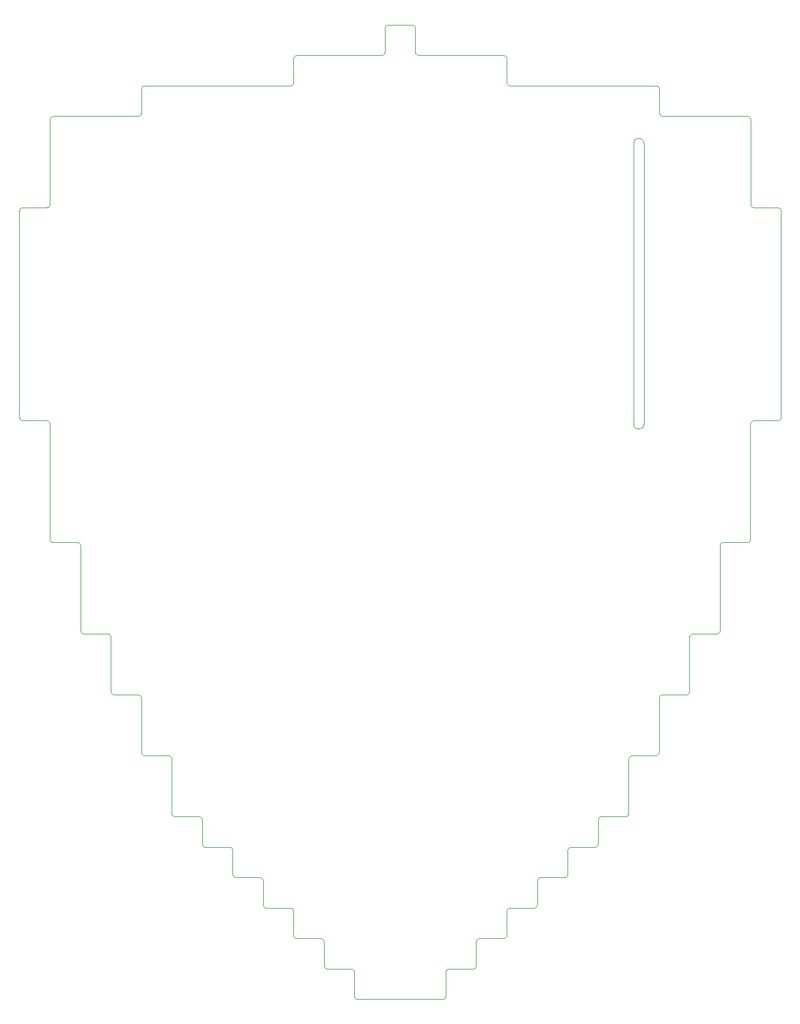
<source format=gbr>
G04 #@! TF.GenerationSoftware,KiCad,Pcbnew,7.99.0-1.20230515git1adcb86.fc37*
G04 #@! TF.CreationDate,2023-05-21T15:33:59+01:00*
G04 #@! TF.ProjectId,tr23-badge-r2,74723233-2d62-4616-9467-652d72322e6b,r2*
G04 #@! TF.SameCoordinates,Original*
G04 #@! TF.FileFunction,Profile,NP*
%FSLAX46Y46*%
G04 Gerber Fmt 4.6, Leading zero omitted, Abs format (unit mm)*
G04 Created by KiCad (PCBNEW 7.99.0-1.20230515git1adcb86.fc37) date 2023-05-21 15:33:59*
%MOMM*%
%LPD*%
G01*
G04 APERTURE LIST*
G04 #@! TA.AperFunction,Profile*
%ADD10C,0.100000*%
G04 #@! TD*
G04 APERTURE END LIST*
D10*
G04 #@! TO.C,GRAPHIC1*
X146775500Y-33847668D02*
X146681500Y-33856453D01*
X146681500Y-33856453D02*
X146593600Y-33882291D01*
X146593600Y-33882291D02*
X146512500Y-33922599D01*
X146512500Y-33922599D02*
X146441200Y-33975825D01*
X146441200Y-33975825D02*
X146380700Y-34041454D01*
X146380700Y-34041454D02*
X146332100Y-34116902D01*
X146332100Y-34116902D02*
X146298000Y-34200618D01*
X146298000Y-34200618D02*
X146278900Y-34291051D01*
X146278900Y-34291051D02*
X146278900Y-37808670D01*
X146278900Y-37808670D02*
X146266900Y-37905640D01*
X146266900Y-37905640D02*
X146237200Y-37995960D01*
X146237200Y-37995960D02*
X146191800Y-38077780D01*
X146191800Y-38077780D02*
X146132400Y-38149280D01*
X146132400Y-38149280D02*
X146060800Y-38208630D01*
X146060800Y-38208630D02*
X145978900Y-38254000D01*
X145978900Y-38254000D02*
X145888600Y-38283550D01*
X145888600Y-38283550D02*
X145791600Y-38295460D01*
X145791600Y-38295460D02*
X133432100Y-38295460D01*
X133432100Y-38295460D02*
X133331400Y-38305790D01*
X133331400Y-38305790D02*
X133237800Y-38334730D01*
X133237800Y-38334730D02*
X133152600Y-38380720D01*
X133152600Y-38380720D02*
X133078700Y-38442220D01*
X133078700Y-38442220D02*
X133017700Y-38516120D01*
X133017700Y-38516120D02*
X132971700Y-38600870D01*
X132971700Y-38600870D02*
X132942800Y-38694400D01*
X132942800Y-38694400D02*
X132932400Y-38795170D01*
X132932400Y-38795170D02*
X132932400Y-42256460D01*
X132932400Y-42256460D02*
X132920400Y-42353430D01*
X132920400Y-42353430D02*
X132890700Y-42443750D01*
X132890700Y-42443750D02*
X132845300Y-42525570D01*
X132845300Y-42525570D02*
X132785900Y-42597070D01*
X132785900Y-42597070D02*
X132714300Y-42656420D01*
X132714300Y-42656420D02*
X132632400Y-42701780D01*
X132632400Y-42701780D02*
X132542100Y-42731340D01*
X132542100Y-42731340D02*
X132445100Y-42743250D01*
X132445100Y-42743250D02*
X111192700Y-42743250D01*
X111192700Y-42743250D02*
X111091900Y-42753580D01*
X111091900Y-42753580D02*
X110998400Y-42782520D01*
X110998400Y-42782520D02*
X110913600Y-42828510D01*
X110913600Y-42828510D02*
X110839200Y-42890010D01*
X110839200Y-42890010D02*
X110778200Y-42963910D01*
X110778200Y-42963910D02*
X110732200Y-43048650D01*
X110732200Y-43048650D02*
X110703300Y-43142190D01*
X110703300Y-43142190D02*
X110692900Y-43242960D01*
X110692900Y-43242960D02*
X110692900Y-46714600D01*
X110692900Y-46714600D02*
X110680900Y-46811600D01*
X110680900Y-46811600D02*
X110651300Y-46901900D01*
X110651300Y-46901900D02*
X110605800Y-46983700D01*
X110605800Y-46983700D02*
X110546400Y-47055200D01*
X110546400Y-47055200D02*
X110474800Y-47114500D01*
X110474800Y-47114500D02*
X110393000Y-47159900D01*
X110393000Y-47159900D02*
X110302600Y-47189500D01*
X110302600Y-47189500D02*
X110205600Y-47201400D01*
X110205600Y-47201400D02*
X97748530Y-47201400D01*
X97748530Y-47201400D02*
X97655000Y-47230300D01*
X97655000Y-47230300D02*
X97570250Y-47276300D01*
X97570250Y-47276300D02*
X97495840Y-47337800D01*
X97495840Y-47337800D02*
X97434860Y-47411700D01*
X97434860Y-47411700D02*
X97388870Y-47496500D01*
X97388870Y-47496500D02*
X97359930Y-47590000D01*
X97359930Y-47590000D02*
X97359930Y-60037800D01*
X97359930Y-60037800D02*
X97347910Y-60134800D01*
X97347910Y-60134800D02*
X97318270Y-60225100D01*
X97318270Y-60225100D02*
X97272810Y-60306900D01*
X97272810Y-60306900D02*
X97213390Y-60378400D01*
X97213390Y-60378400D02*
X97141830Y-60437800D01*
X97141830Y-60437800D02*
X97059960Y-60483100D01*
X97059960Y-60483100D02*
X96969610Y-60512700D01*
X96969610Y-60512700D02*
X96872620Y-60524600D01*
X96872620Y-60524600D02*
X93401512Y-60524600D01*
X93401512Y-60524600D02*
X93300743Y-60534900D01*
X93300743Y-60534900D02*
X93207209Y-60563900D01*
X93207209Y-60563900D02*
X93122459Y-60610400D01*
X93122459Y-60610400D02*
X93048045Y-60671400D01*
X93048045Y-60671400D02*
X92987067Y-60745300D01*
X92987067Y-60745300D02*
X92941075Y-60830000D01*
X92941075Y-60830000D02*
X92912136Y-60923500D01*
X92912136Y-60923500D02*
X92901800Y-61024300D01*
X92901800Y-61024300D02*
X92901800Y-91162000D01*
X92901800Y-91162000D02*
X92913712Y-91259000D01*
X92913712Y-91259000D02*
X92943266Y-91349300D01*
X92943266Y-91349300D02*
X92988634Y-91431200D01*
X92988634Y-91431200D02*
X93047983Y-91502800D01*
X93047983Y-91502800D02*
X93119484Y-91562200D01*
X93119484Y-91562200D02*
X93201306Y-91607600D01*
X93201306Y-91607600D02*
X93291619Y-91637300D01*
X93291619Y-91637300D02*
X93388592Y-91649300D01*
X93388592Y-91649300D02*
X96862800Y-91649300D01*
X96862800Y-91649300D02*
X96959770Y-91661300D01*
X96959770Y-91661300D02*
X97050090Y-91691000D01*
X97050090Y-91691000D02*
X97131910Y-91736400D01*
X97131910Y-91736400D02*
X97203410Y-91795800D01*
X97203410Y-91795800D02*
X97262760Y-91867400D01*
X97262760Y-91867400D02*
X97308130Y-91949300D01*
X97308130Y-91949300D02*
X97337680Y-92039600D01*
X97337680Y-92039600D02*
X97349590Y-92136600D01*
X97349590Y-92136600D02*
X97349590Y-108953200D01*
X97349590Y-108953200D02*
X97361390Y-109049700D01*
X97361390Y-109049700D02*
X97390660Y-109139600D01*
X97390660Y-109139600D02*
X97435600Y-109221200D01*
X97435600Y-109221200D02*
X97494410Y-109292600D01*
X97494410Y-109292600D02*
X97565280Y-109352100D01*
X97565280Y-109352100D02*
X97646410Y-109397700D01*
X97646410Y-109397700D02*
X97736000Y-109427800D01*
X97736000Y-109427800D02*
X97832250Y-109440500D01*
X97832250Y-109440500D02*
X97836380Y-109440500D01*
X97836380Y-109440500D02*
X101310580Y-109438900D01*
X101310580Y-109438900D02*
X101315230Y-109438900D01*
X101315230Y-109438900D02*
X101411400Y-109451600D01*
X101411400Y-109451600D02*
X101500900Y-109481700D01*
X101500900Y-109481700D02*
X101581940Y-109527400D01*
X101581940Y-109527400D02*
X101652730Y-109586900D01*
X101652730Y-109586900D02*
X101711470Y-109658300D01*
X101711470Y-109658300D02*
X101756350Y-109739800D01*
X101756350Y-109739800D02*
X101785590Y-109829700D01*
X101785590Y-109829700D02*
X101797380Y-109926200D01*
X101797380Y-109926200D02*
X101797380Y-122297000D01*
X101797380Y-122297000D02*
X101809290Y-122394000D01*
X101809290Y-122394000D02*
X101838840Y-122484300D01*
X101838840Y-122484300D02*
X101884210Y-122566200D01*
X101884210Y-122566200D02*
X101943560Y-122637800D01*
X101943560Y-122637800D02*
X102015060Y-122697200D01*
X102015060Y-122697200D02*
X102096880Y-122742600D01*
X102096880Y-122742600D02*
X102187200Y-122772300D01*
X102187200Y-122772300D02*
X102284170Y-122784300D01*
X102284170Y-122784300D02*
X105758400Y-122784300D01*
X105758400Y-122784300D02*
X105855300Y-122796300D01*
X105855300Y-122796300D02*
X105945700Y-122826000D01*
X105945700Y-122826000D02*
X106027500Y-122871400D01*
X106027500Y-122871400D02*
X106099000Y-122930800D01*
X106099000Y-122930800D02*
X106158300Y-123002400D01*
X106158300Y-123002400D02*
X106203700Y-123084300D01*
X106203700Y-123084300D02*
X106233300Y-123174600D01*
X106233300Y-123174600D02*
X106245200Y-123271600D01*
X106245200Y-123271600D02*
X106245200Y-131193100D01*
X106245200Y-131193100D02*
X106257100Y-131290100D01*
X106257100Y-131290100D02*
X106286600Y-131380400D01*
X106286600Y-131380400D02*
X106332000Y-131462300D01*
X106332000Y-131462300D02*
X106391300Y-131533900D01*
X106391300Y-131533900D02*
X106462800Y-131593300D01*
X106462800Y-131593300D02*
X106544700Y-131638700D01*
X106544700Y-131638700D02*
X106635000Y-131668400D01*
X106635000Y-131668400D02*
X106732000Y-131680400D01*
X106732000Y-131680400D02*
X110206200Y-131680400D01*
X110206200Y-131680400D02*
X110303100Y-131692400D01*
X110303100Y-131692400D02*
X110393500Y-131722100D01*
X110393500Y-131722100D02*
X110475300Y-131767500D01*
X110475300Y-131767500D02*
X110546800Y-131827000D01*
X110546800Y-131827000D02*
X110606100Y-131898500D01*
X110606100Y-131898500D02*
X110651500Y-131980400D01*
X110651500Y-131980400D02*
X110681000Y-132070700D01*
X110681000Y-132070700D02*
X110693000Y-132167700D01*
X110693000Y-132167700D02*
X110693000Y-140088500D01*
X110693000Y-140088500D02*
X110704900Y-140185500D01*
X110704900Y-140185500D02*
X110734400Y-140275500D01*
X110734400Y-140275500D02*
X110779800Y-140357500D01*
X110779800Y-140357500D02*
X110839100Y-140428500D01*
X110839100Y-140428500D02*
X110910600Y-140488500D01*
X110910600Y-140488500D02*
X110992500Y-140533500D01*
X110992500Y-140533500D02*
X111082800Y-140563500D01*
X111082800Y-140563500D02*
X111179700Y-140575500D01*
X111179700Y-140575500D02*
X114654000Y-140575500D01*
X114654000Y-140575500D02*
X114750900Y-140587500D01*
X114750900Y-140587500D02*
X114841200Y-140617500D01*
X114841200Y-140617500D02*
X114923100Y-140662500D01*
X114923100Y-140662500D02*
X114994600Y-140722500D01*
X114994600Y-140722500D02*
X115053900Y-140793500D01*
X115053900Y-140793500D02*
X115099300Y-140875500D01*
X115099300Y-140875500D02*
X115128800Y-140965500D01*
X115128800Y-140965500D02*
X115140700Y-141062500D01*
X115140700Y-141062500D02*
X115140700Y-148983500D01*
X115140700Y-148983500D02*
X115152700Y-149080500D01*
X115152700Y-149080500D02*
X115182200Y-149171500D01*
X115182200Y-149171500D02*
X115227600Y-149252500D01*
X115227600Y-149252500D02*
X115286900Y-149324500D01*
X115286900Y-149324500D02*
X115358400Y-149383500D01*
X115358400Y-149383500D02*
X115440200Y-149429500D01*
X115440200Y-149429500D02*
X115530600Y-149459500D01*
X115530600Y-149459500D02*
X115627500Y-149471500D01*
X115627500Y-149471500D02*
X119101700Y-149471500D01*
X119101700Y-149471500D02*
X119198700Y-149483500D01*
X119198700Y-149483500D02*
X119289000Y-149512500D01*
X119289000Y-149512500D02*
X119370900Y-149558500D01*
X119370900Y-149558500D02*
X119442400Y-149617500D01*
X119442400Y-149617500D02*
X119501700Y-149689500D01*
X119501700Y-149689500D02*
X119547100Y-149771500D01*
X119547100Y-149771500D02*
X119576600Y-149861500D01*
X119576600Y-149861500D02*
X119588500Y-149958500D01*
X119588500Y-149958500D02*
X119588500Y-153432500D01*
X119588500Y-153432500D02*
X119600400Y-153529500D01*
X119600400Y-153529500D02*
X119630000Y-153619500D01*
X119630000Y-153619500D02*
X119675400Y-153701500D01*
X119675400Y-153701500D02*
X119734700Y-153772500D01*
X119734700Y-153772500D02*
X119806200Y-153832500D01*
X119806200Y-153832500D02*
X119888000Y-153877500D01*
X119888000Y-153877500D02*
X119978400Y-153907500D01*
X119978400Y-153907500D02*
X120075300Y-153919500D01*
X120075300Y-153919500D02*
X123549500Y-153919500D01*
X123549500Y-153919500D02*
X123646500Y-153931500D01*
X123646500Y-153931500D02*
X123736800Y-153961500D01*
X123736800Y-153961500D02*
X123818600Y-154006500D01*
X123818600Y-154006500D02*
X123890100Y-154065500D01*
X123890100Y-154065500D02*
X123949500Y-154137500D01*
X123949500Y-154137500D02*
X123994900Y-154219500D01*
X123994900Y-154219500D02*
X124024400Y-154309500D01*
X124024400Y-154309500D02*
X124036300Y-154406500D01*
X124036300Y-154406500D02*
X124036300Y-157879500D01*
X124036300Y-157879500D02*
X124048200Y-157976500D01*
X124048200Y-157976500D02*
X124077800Y-158066500D01*
X124077800Y-158066500D02*
X124123200Y-158148500D01*
X124123200Y-158148500D02*
X124182500Y-158220500D01*
X124182500Y-158220500D02*
X124254000Y-158279500D01*
X124254000Y-158279500D02*
X124335800Y-158324500D01*
X124335800Y-158324500D02*
X124426100Y-158354500D01*
X124426100Y-158354500D02*
X124523100Y-158366500D01*
X124523100Y-158366500D02*
X127997800Y-158366500D01*
X127997800Y-158366500D02*
X128094800Y-158378500D01*
X128094800Y-158378500D02*
X128185100Y-158408500D01*
X128185100Y-158408500D02*
X128267000Y-158453500D01*
X128267000Y-158453500D02*
X128338500Y-158513500D01*
X128338500Y-158513500D02*
X128397800Y-158584500D01*
X128397800Y-158584500D02*
X128443200Y-158666500D01*
X128443200Y-158666500D02*
X128472700Y-158756500D01*
X128472700Y-158756500D02*
X128484600Y-158853500D01*
X128484600Y-158853500D02*
X128484600Y-162327500D01*
X128484600Y-162327500D02*
X128496500Y-162424500D01*
X128496500Y-162424500D02*
X128526100Y-162514500D01*
X128526100Y-162514500D02*
X128571500Y-162596500D01*
X128571500Y-162596500D02*
X128630800Y-162668500D01*
X128630800Y-162668500D02*
X128702300Y-162727500D01*
X128702300Y-162727500D02*
X128784100Y-162773500D01*
X128784100Y-162773500D02*
X128874500Y-162802500D01*
X128874500Y-162802500D02*
X128971400Y-162814500D01*
X128971400Y-162814500D02*
X132445600Y-162814500D01*
X132445600Y-162814500D02*
X132542600Y-162826500D01*
X132542600Y-162826500D02*
X132632900Y-162856500D01*
X132632900Y-162856500D02*
X132714700Y-162902500D01*
X132714700Y-162902500D02*
X132786200Y-162961500D01*
X132786200Y-162961500D02*
X132845600Y-163033500D01*
X132845600Y-163033500D02*
X132891000Y-163114500D01*
X132891000Y-163114500D02*
X132920500Y-163205500D01*
X132920500Y-163205500D02*
X132932400Y-163302500D01*
X132932400Y-163302500D02*
X132932400Y-166775500D01*
X132932400Y-166775500D02*
X132944300Y-166872500D01*
X132944300Y-166872500D02*
X132973900Y-166962500D01*
X132973900Y-166962500D02*
X133019300Y-167044500D01*
X133019300Y-167044500D02*
X133078600Y-167116500D01*
X133078600Y-167116500D02*
X133150100Y-167175500D01*
X133150100Y-167175500D02*
X133231900Y-167221500D01*
X133231900Y-167221500D02*
X133322200Y-167250500D01*
X133322200Y-167250500D02*
X133419200Y-167262500D01*
X133419200Y-167262500D02*
X136893400Y-167262500D01*
X136893400Y-167262500D02*
X136990400Y-167274500D01*
X136990400Y-167274500D02*
X137080700Y-167304500D01*
X137080700Y-167304500D02*
X137162500Y-167349500D01*
X137162500Y-167349500D02*
X137234000Y-167409500D01*
X137234000Y-167409500D02*
X137293400Y-167480500D01*
X137293400Y-167480500D02*
X137338800Y-167562500D01*
X137338800Y-167562500D02*
X137368300Y-167653500D01*
X137368300Y-167653500D02*
X137380200Y-167750500D01*
X137380200Y-167750500D02*
X137380200Y-171222500D01*
X137380200Y-171222500D02*
X137392100Y-171319500D01*
X137392100Y-171319500D02*
X137421700Y-171410500D01*
X137421700Y-171410500D02*
X137467000Y-171491500D01*
X137467000Y-171491500D02*
X137526400Y-171563500D01*
X137526400Y-171563500D02*
X137597900Y-171622500D01*
X137597900Y-171622500D02*
X137679700Y-171668500D01*
X137679700Y-171668500D02*
X137770000Y-171697500D01*
X137770000Y-171697500D02*
X137867000Y-171710500D01*
X137867000Y-171710500D02*
X141341200Y-171710500D01*
X141341200Y-171710500D02*
X141438200Y-171722500D01*
X141438200Y-171722500D02*
X141528500Y-171751500D01*
X141528500Y-171751500D02*
X141610300Y-171797500D01*
X141610300Y-171797500D02*
X141681800Y-171856500D01*
X141681800Y-171856500D02*
X141741200Y-171928500D01*
X141741200Y-171928500D02*
X141786500Y-172009500D01*
X141786500Y-172009500D02*
X141816100Y-172100500D01*
X141816100Y-172100500D02*
X141828000Y-172197500D01*
X141828000Y-172197500D02*
X141828000Y-175670500D01*
X141828000Y-175670500D02*
X141839900Y-175767500D01*
X141839900Y-175767500D02*
X141869500Y-175857500D01*
X141869500Y-175857500D02*
X141914800Y-175939500D01*
X141914800Y-175939500D02*
X141974200Y-176011500D01*
X141974200Y-176011500D02*
X142045700Y-176070500D01*
X142045700Y-176070500D02*
X142127500Y-176116500D01*
X142127500Y-176116500D02*
X142217800Y-176145500D01*
X142217800Y-176145500D02*
X142314800Y-176157500D01*
X142314800Y-176157500D02*
X154684100Y-176157500D01*
X154684100Y-176157500D02*
X154781100Y-176145500D01*
X154781100Y-176145500D02*
X154871400Y-176116500D01*
X154871400Y-176116500D02*
X154953300Y-176070500D01*
X154953300Y-176070500D02*
X155024800Y-176011500D01*
X155024800Y-176011500D02*
X155084300Y-175940500D01*
X155084300Y-175940500D02*
X155129700Y-175858500D01*
X155129700Y-175858500D02*
X155159400Y-175767500D01*
X155159400Y-175767500D02*
X155171400Y-175671500D01*
X155171400Y-175671500D02*
X155171400Y-172196500D01*
X155171400Y-172196500D02*
X155183400Y-172099500D01*
X155183400Y-172099500D02*
X155213000Y-172009500D01*
X155213000Y-172009500D02*
X155258500Y-171927500D01*
X155258500Y-171927500D02*
X155317900Y-171856500D01*
X155317900Y-171856500D02*
X155389500Y-171796500D01*
X155389500Y-171796500D02*
X155471400Y-171751500D01*
X155471400Y-171751500D02*
X155561700Y-171721500D01*
X155561700Y-171721500D02*
X155658700Y-171710500D01*
X155658700Y-171710500D02*
X159131300Y-171710500D01*
X159131300Y-171710500D02*
X159228300Y-171697500D01*
X159228300Y-171697500D02*
X159318700Y-171668500D01*
X159318700Y-171668500D02*
X159400600Y-171623500D01*
X159400600Y-171623500D02*
X159472100Y-171563500D01*
X159472100Y-171563500D02*
X159531500Y-171492500D01*
X159531500Y-171492500D02*
X159577000Y-171410500D01*
X159577000Y-171410500D02*
X159606600Y-171320500D01*
X159606600Y-171320500D02*
X159618700Y-171223500D01*
X159618700Y-171223500D02*
X159618700Y-167749500D01*
X159618700Y-167749500D02*
X159630700Y-167652500D01*
X159630700Y-167652500D02*
X159660300Y-167562500D01*
X159660300Y-167562500D02*
X159705800Y-167480500D01*
X159705800Y-167480500D02*
X159765200Y-167408500D01*
X159765200Y-167408500D02*
X159836800Y-167349500D01*
X159836800Y-167349500D02*
X159918600Y-167304500D01*
X159918600Y-167304500D02*
X160009000Y-167274500D01*
X160009000Y-167274500D02*
X160106000Y-167262500D01*
X160106000Y-167262500D02*
X163580200Y-167262500D01*
X163580200Y-167262500D02*
X163677200Y-167250500D01*
X163677200Y-167250500D02*
X163767500Y-167221500D01*
X163767500Y-167221500D02*
X163849400Y-167175500D01*
X163849400Y-167175500D02*
X163920900Y-167116500D01*
X163920900Y-167116500D02*
X163980400Y-167044500D01*
X163980400Y-167044500D02*
X164025800Y-166963500D01*
X164025800Y-166963500D02*
X164055500Y-166872500D01*
X164055500Y-166872500D02*
X164067500Y-166775500D01*
X164067500Y-166775500D02*
X164079400Y-163301500D01*
X164079400Y-163301500D02*
X164091400Y-163204500D01*
X164091400Y-163204500D02*
X164121000Y-163114500D01*
X164121000Y-163114500D02*
X164166500Y-163032500D01*
X164166500Y-163032500D02*
X164225900Y-162961500D01*
X164225900Y-162961500D02*
X164297500Y-162901500D01*
X164297500Y-162901500D02*
X164379300Y-162856500D01*
X164379300Y-162856500D02*
X164469700Y-162826500D01*
X164469700Y-162826500D02*
X164566700Y-162814500D01*
X164566700Y-162814500D02*
X168028500Y-162814500D01*
X168028500Y-162814500D02*
X168125500Y-162802500D01*
X168125500Y-162802500D02*
X168215800Y-162773500D01*
X168215800Y-162773500D02*
X168297700Y-162727500D01*
X168297700Y-162727500D02*
X168369200Y-162668500D01*
X168369200Y-162668500D02*
X168428700Y-162597500D01*
X168428700Y-162597500D02*
X168474100Y-162515500D01*
X168474100Y-162515500D02*
X168503800Y-162425500D01*
X168503800Y-162425500D02*
X168515800Y-162328500D01*
X168515800Y-162328500D02*
X168515800Y-158852500D01*
X168515800Y-158852500D02*
X168527800Y-158755500D01*
X168527800Y-158755500D02*
X168557500Y-158665500D01*
X168557500Y-158665500D02*
X168602900Y-158583500D01*
X168602900Y-158583500D02*
X168662300Y-158511500D01*
X168662300Y-158511500D02*
X168733900Y-158452500D01*
X168733900Y-158452500D02*
X168815800Y-158407500D01*
X168815800Y-158407500D02*
X168906100Y-158377500D01*
X168906100Y-158377500D02*
X169003100Y-158365500D01*
X169003100Y-158365500D02*
X172475200Y-158365500D01*
X172475200Y-158365500D02*
X172572200Y-158353500D01*
X172572200Y-158353500D02*
X172662600Y-158323500D01*
X172662600Y-158323500D02*
X172744400Y-158278500D01*
X172744400Y-158278500D02*
X172816000Y-158219500D01*
X172816000Y-158219500D02*
X172875400Y-158147500D01*
X172875400Y-158147500D02*
X172920900Y-158066500D01*
X172920900Y-158066500D02*
X172950500Y-157975500D01*
X172950500Y-157975500D02*
X172962500Y-157878500D01*
X172962500Y-157878500D02*
X172962500Y-154405500D01*
X172962500Y-154405500D02*
X172974600Y-154308500D01*
X172974600Y-154308500D02*
X173004200Y-154217500D01*
X173004200Y-154217500D02*
X173049700Y-154136500D01*
X173049700Y-154136500D02*
X173109100Y-154064500D01*
X173109100Y-154064500D02*
X173180600Y-154005500D01*
X173180600Y-154005500D02*
X173262500Y-153959500D01*
X173262500Y-153959500D02*
X173352900Y-153930500D01*
X173352900Y-153930500D02*
X173449900Y-153918500D01*
X173449900Y-153918500D02*
X176910600Y-153918500D01*
X176910600Y-153918500D02*
X177011900Y-153907500D01*
X177011900Y-153907500D02*
X177105500Y-153878500D01*
X177105500Y-153878500D02*
X177190700Y-153832500D01*
X177190700Y-153832500D02*
X177264600Y-153771500D01*
X177264600Y-153771500D02*
X177325600Y-153697500D01*
X177325600Y-153697500D02*
X177371600Y-153612500D01*
X177371600Y-153612500D02*
X177400500Y-153519500D01*
X177400500Y-153519500D02*
X177410900Y-153418500D01*
X177410900Y-153418500D02*
X177410900Y-149957500D01*
X177410900Y-149957500D02*
X177422900Y-149860500D01*
X177422900Y-149860500D02*
X177452500Y-149770500D01*
X177452500Y-149770500D02*
X177498000Y-149688500D01*
X177498000Y-149688500D02*
X177557400Y-149616500D01*
X177557400Y-149616500D02*
X177629000Y-149557500D01*
X177629000Y-149557500D02*
X177710800Y-149512500D01*
X177710800Y-149512500D02*
X177801200Y-149482500D01*
X177801200Y-149482500D02*
X177898200Y-149470500D01*
X177898200Y-149470500D02*
X181358900Y-149470500D01*
X181358900Y-149470500D02*
X181459700Y-149460500D01*
X181459700Y-149460500D02*
X181553800Y-149431500D01*
X181553800Y-149431500D02*
X181638500Y-149384500D01*
X181638500Y-149384500D02*
X181711900Y-149323500D01*
X181711900Y-149323500D02*
X181773900Y-149249500D01*
X181773900Y-149249500D02*
X181819900Y-149165500D01*
X181819900Y-149165500D02*
X181848800Y-149071500D01*
X181848800Y-149071500D02*
X181858600Y-148970500D01*
X181858600Y-148970500D02*
X181858600Y-141061500D01*
X181858600Y-141061500D02*
X181870700Y-140964500D01*
X181870700Y-140964500D02*
X181900300Y-140873500D01*
X181900300Y-140873500D02*
X181945800Y-140792500D01*
X181945800Y-140792500D02*
X182005200Y-140720500D01*
X182005200Y-140720500D02*
X182076700Y-140661500D01*
X182076700Y-140661500D02*
X182158600Y-140615500D01*
X182158600Y-140615500D02*
X182249000Y-140586500D01*
X182249000Y-140586500D02*
X182345900Y-140574500D01*
X182345900Y-140574500D02*
X185806700Y-140574500D01*
X185806700Y-140574500D02*
X185907500Y-140564500D01*
X185907500Y-140564500D02*
X186000500Y-140535500D01*
X186000500Y-140535500D02*
X186085800Y-140489500D01*
X186085800Y-140489500D02*
X186159700Y-140428500D01*
X186159700Y-140428500D02*
X186220700Y-140354500D01*
X186220700Y-140354500D02*
X186266600Y-140269500D01*
X186266600Y-140269500D02*
X186296600Y-140175500D01*
X186296600Y-140175500D02*
X186306900Y-140075500D01*
X186306900Y-140075500D02*
X186306900Y-132166000D01*
X186306900Y-132166000D02*
X186319000Y-132069000D01*
X186319000Y-132069000D02*
X186348600Y-131978700D01*
X186348600Y-131978700D02*
X186394100Y-131896900D01*
X186394100Y-131896900D02*
X186453500Y-131825400D01*
X186453500Y-131825400D02*
X186525000Y-131766100D01*
X186525000Y-131766100D02*
X186606900Y-131720700D01*
X186606900Y-131720700D02*
X186697300Y-131691100D01*
X186697300Y-131691100D02*
X186794300Y-131679200D01*
X186794300Y-131679200D02*
X190254500Y-131679200D01*
X190254500Y-131679200D02*
X190354800Y-131668400D01*
X190354800Y-131668400D02*
X190448800Y-131639400D01*
X190448800Y-131639400D02*
X190533600Y-131593500D01*
X190533600Y-131593500D02*
X190607500Y-131532500D01*
X190607500Y-131532500D02*
X190668400Y-131458600D01*
X190668400Y-131458600D02*
X190715000Y-131373300D01*
X190715000Y-131373300D02*
X190743900Y-131280300D01*
X190743900Y-131280300D02*
X190754700Y-131179500D01*
X190754700Y-131179500D02*
X190754700Y-123269900D01*
X190754700Y-123269900D02*
X190766700Y-123173100D01*
X190766700Y-123173100D02*
X190796300Y-123083000D01*
X190796300Y-123083000D02*
X190841600Y-123001200D01*
X190841600Y-123001200D02*
X190900800Y-122929800D01*
X190900800Y-122929800D02*
X190972100Y-122870400D01*
X190972100Y-122870400D02*
X191053700Y-122825000D01*
X191053700Y-122825000D02*
X191143800Y-122795300D01*
X191143800Y-122795300D02*
X191240500Y-122783100D01*
X191240500Y-122783100D02*
X191242100Y-122783100D01*
X191242100Y-122783100D02*
X194716800Y-122783600D01*
X194716800Y-122783600D02*
X194813800Y-122771500D01*
X194813800Y-122771500D02*
X194903800Y-122741800D01*
X194903800Y-122741800D02*
X194984800Y-122696300D01*
X194984800Y-122696300D02*
X195056800Y-122637000D01*
X195056800Y-122637000D02*
X195115800Y-122565500D01*
X195115800Y-122565500D02*
X195160800Y-122483800D01*
X195160800Y-122483800D02*
X195190800Y-122393700D01*
X195190800Y-122393700D02*
X195202800Y-122296900D01*
X195202800Y-122296900D02*
X195202800Y-109926200D01*
X195202800Y-109926200D02*
X195214800Y-109829300D01*
X195214800Y-109829300D02*
X195243800Y-109738900D01*
X195243800Y-109738900D02*
X195289800Y-109657100D01*
X195289800Y-109657100D02*
X195348800Y-109585600D01*
X195348800Y-109585600D02*
X195420800Y-109526300D01*
X195420800Y-109526300D02*
X195502800Y-109480900D01*
X195502800Y-109480900D02*
X195592800Y-109451300D01*
X195592800Y-109451300D02*
X195689800Y-109439400D01*
X195689800Y-109439400D02*
X199163800Y-109439400D01*
X199163800Y-109439400D02*
X199260800Y-109427500D01*
X199260800Y-109427500D02*
X199350800Y-109398000D01*
X199350800Y-109398000D02*
X199432800Y-109352600D01*
X199432800Y-109352600D02*
X199504800Y-109293300D01*
X199504800Y-109293300D02*
X199563800Y-109221800D01*
X199563800Y-109221800D02*
X199608800Y-109139900D01*
X199608800Y-109139900D02*
X199638800Y-109049600D01*
X199638800Y-109049600D02*
X199650800Y-108952600D01*
X199650800Y-108952600D02*
X199650800Y-92135600D01*
X199650800Y-92135600D02*
X199662800Y-92038600D01*
X199662800Y-92038600D02*
X199692800Y-91948300D01*
X199692800Y-91948300D02*
X199737800Y-91866500D01*
X199737800Y-91866500D02*
X199797800Y-91795000D01*
X199797800Y-91795000D02*
X199868800Y-91735600D01*
X199868800Y-91735600D02*
X199950800Y-91690300D01*
X199950800Y-91690300D02*
X200040800Y-91660700D01*
X200040800Y-91660700D02*
X200137800Y-91648800D01*
X200137800Y-91648800D02*
X203610800Y-91648800D01*
X203610800Y-91648800D02*
X203707800Y-91636900D01*
X203707800Y-91636900D02*
X203797800Y-91607300D01*
X203797800Y-91607300D02*
X203879800Y-91562000D01*
X203879800Y-91562000D02*
X203951800Y-91502600D01*
X203951800Y-91502600D02*
X204010800Y-91431100D01*
X204010800Y-91431100D02*
X204056800Y-91349300D01*
X204056800Y-91349300D02*
X204085800Y-91259000D01*
X204085800Y-91259000D02*
X204097800Y-91162000D01*
X204097800Y-91162000D02*
X204097800Y-61011400D01*
X204097800Y-61011400D02*
X204085800Y-60914400D01*
X204085800Y-60914400D02*
X204056800Y-60824100D01*
X204056800Y-60824100D02*
X204010800Y-60742200D01*
X204010800Y-60742200D02*
X203951800Y-60670600D01*
X203951800Y-60670600D02*
X203880800Y-60611200D01*
X203880800Y-60611200D02*
X203798800Y-60565700D01*
X203798800Y-60565700D02*
X203708800Y-60536100D01*
X203708800Y-60536100D02*
X203611800Y-60524100D01*
X203611800Y-60524100D02*
X200161800Y-60524100D01*
X200161800Y-60524100D02*
X200064800Y-60512100D01*
X200064800Y-60512100D02*
X199974800Y-60482400D01*
X199974800Y-60482400D02*
X199892800Y-60437000D01*
X199892800Y-60437000D02*
X199821800Y-60377500D01*
X199821800Y-60377500D02*
X199761800Y-60306000D01*
X199761800Y-60306000D02*
X199716800Y-60224100D01*
X199716800Y-60224100D02*
X199686800Y-60133800D01*
X199686800Y-60133800D02*
X199674800Y-60036800D01*
X199674800Y-60036800D02*
X199674800Y-47678300D01*
X199674800Y-47678300D02*
X199662800Y-47581400D01*
X199662800Y-47581400D02*
X199633800Y-47491000D01*
X199633800Y-47491000D02*
X199587800Y-47409100D01*
X199587800Y-47409100D02*
X199528800Y-47337600D01*
X199528800Y-47337600D02*
X199457800Y-47278200D01*
X199457800Y-47278200D02*
X199375800Y-47232700D01*
X199375800Y-47232700D02*
X199285800Y-47203100D01*
X199285800Y-47203100D02*
X199188800Y-47191000D01*
X199188800Y-47191000D02*
X186824700Y-47191000D01*
X186824700Y-47191000D02*
X186727800Y-47179000D01*
X186727800Y-47179000D02*
X186637500Y-47149400D01*
X186637500Y-47149400D02*
X186555600Y-47103900D01*
X186555600Y-47103900D02*
X186484100Y-47044500D01*
X186484100Y-47044500D02*
X186424800Y-46972900D01*
X186424800Y-46972900D02*
X186379400Y-46891100D01*
X186379400Y-46891100D02*
X186349900Y-46800700D01*
X186349900Y-46800700D02*
X186338000Y-46703700D01*
X186338000Y-46703700D02*
X186338000Y-43230560D01*
X186338000Y-43230560D02*
X186326000Y-43133570D01*
X186326000Y-43133570D02*
X186296500Y-43043220D01*
X186296500Y-43043220D02*
X186251100Y-42961350D01*
X186251100Y-42961350D02*
X186191800Y-42889790D01*
X186191800Y-42889790D02*
X186120300Y-42830360D01*
X186120300Y-42830360D02*
X186038500Y-42784910D01*
X186038500Y-42784910D02*
X185948100Y-42755260D01*
X185948100Y-42755260D02*
X185851200Y-42743250D01*
X185851200Y-42743250D02*
X164552200Y-42743250D01*
X164552200Y-42743250D02*
X164455200Y-42731240D01*
X164455200Y-42731240D02*
X164364900Y-42701590D01*
X164364900Y-42701590D02*
X164283100Y-42656140D01*
X164283100Y-42656140D02*
X164211600Y-42596710D01*
X164211600Y-42596710D02*
X164152200Y-42525150D01*
X164152200Y-42525150D02*
X164106900Y-42443280D01*
X164106900Y-42443280D02*
X164077300Y-42352930D01*
X164077300Y-42352930D02*
X164065400Y-42255940D01*
X164065400Y-42255940D02*
X164065400Y-38782770D01*
X164065400Y-38782770D02*
X164053500Y-38685780D01*
X164053500Y-38685780D02*
X164024000Y-38595430D01*
X164024000Y-38595430D02*
X163978600Y-38513560D01*
X163978600Y-38513560D02*
X163919200Y-38442000D01*
X163919200Y-38442000D02*
X163847700Y-38382570D01*
X163847700Y-38382570D02*
X163765900Y-38337120D01*
X163765900Y-38337120D02*
X163675600Y-38307470D01*
X163675600Y-38307470D02*
X163578600Y-38295460D01*
X163578600Y-38295460D02*
X151185600Y-38295460D01*
X151185600Y-38295460D02*
X151088600Y-38283450D01*
X151088600Y-38283450D02*
X150998300Y-38253800D01*
X150998300Y-38253800D02*
X150916500Y-38208350D01*
X150916500Y-38208350D02*
X150845000Y-38148920D01*
X150845000Y-38148920D02*
X150785600Y-38077360D01*
X150785600Y-38077360D02*
X150740300Y-37995490D01*
X150740300Y-37995490D02*
X150710700Y-37905140D01*
X150710700Y-37905140D02*
X150698800Y-37808150D01*
X150698800Y-37808150D02*
X150698800Y-34334976D01*
X150698800Y-34334976D02*
X150686900Y-34237988D01*
X150686900Y-34237988D02*
X150657300Y-34147642D01*
X150657300Y-34147642D02*
X150612000Y-34065771D01*
X150612000Y-34065771D02*
X150552600Y-33994207D01*
X150552600Y-33994207D02*
X150481100Y-33934782D01*
X150481100Y-33934782D02*
X150399300Y-33889329D01*
X150399300Y-33889329D02*
X150309000Y-33859680D01*
X150309000Y-33859680D02*
X150212000Y-33847668D01*
X150212000Y-33847668D02*
X146775500Y-33847668D01*
X146775500Y-33847668D02*
X146775500Y-33847668D01*
G04 #@! TO.C,DISP1*
X182602500Y-92167500D02*
X182602500Y-51167500D01*
X184102500Y-51167500D02*
X184102500Y-92167500D01*
X182602500Y-92167500D02*
G75*
G03*
X184102500Y-92167500I750000J0D01*
G01*
X184102500Y-51167500D02*
G75*
G03*
X182602500Y-51167500I-750000J0D01*
G01*
G04 #@! TD*
M02*

</source>
